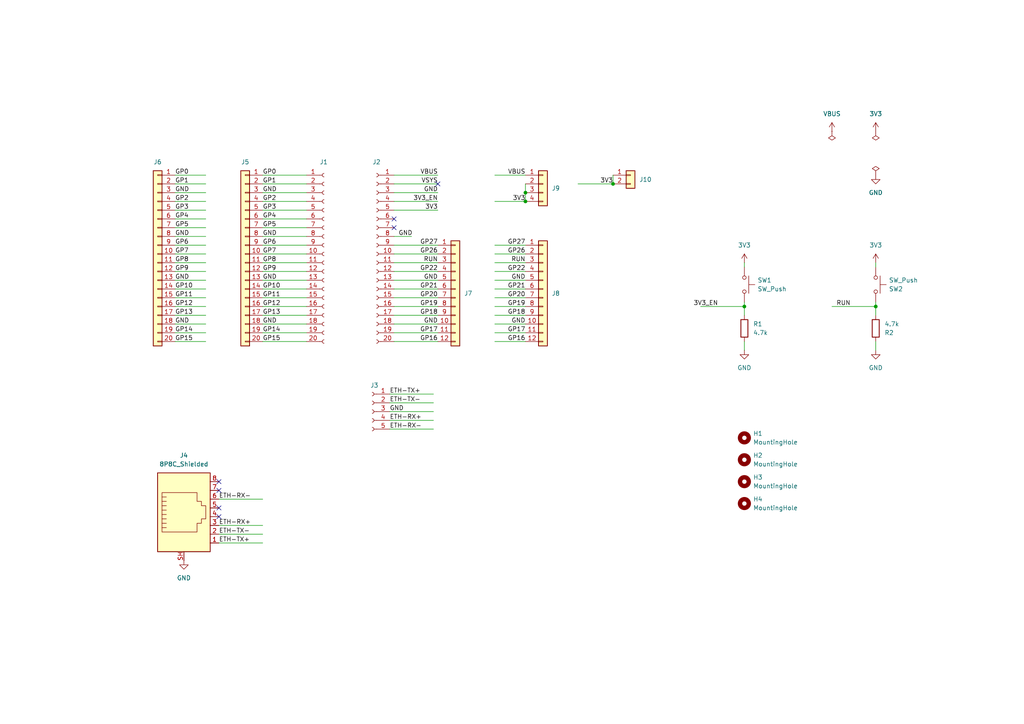
<source format=kicad_sch>
(kicad_sch (version 20231120) (generator "eeschema") (generator_version "8.0")
  (paper "A4")
  (title_block (title "Milk-V Duo IO Board") (rev "A"))
  (lib_symbols
    (symbol "Connector:8P8C_Shielded" (pin_names (offset 1.016))
      (property "Reference" "J" (at -5.08 13.97 0))
      (property "Value" "8P8C_Shielded" (at 2.54 13.97 0))
      (symbol "8P8C_Shielded_0_1"
        (polyline (pts (xy -5.08 4.445) (xy -6.35 4.445)))
        (polyline (pts (xy -5.08 5.715) (xy -6.35 5.715)))
        (polyline (pts (xy -6.35 -3.175) (xy -5.08 -3.175) (xy -5.08 -3.175)))
        (polyline (pts (xy -6.35 -1.905) (xy -5.08 -1.905) (xy -5.08 -1.905)))
        (polyline (pts (xy -6.35 -0.635) (xy -5.08 -0.635) (xy -5.08 -0.635)))
        (polyline (pts (xy -6.35 0.635) (xy -5.08 0.635) (xy -5.08 0.635)))
        (polyline (pts (xy -6.35 1.905) (xy -5.08 1.905) (xy -5.08 1.905)))
        (polyline (pts (xy -5.08 3.175) (xy -6.35 3.175) (xy -6.35 3.175)))
        (polyline (pts (xy -6.35 -4.445) (xy -6.35 6.985) (xy 3.81 6.985) (xy 3.81 4.445) (xy 5.08 4.445) (xy 5.08 3.175) (xy 6.35 3.175) (xy 6.35 -0.635) (xy 5.08 -0.635) (xy 5.08 -1.905) (xy 3.81 -1.905) (xy 3.81 -4.445) (xy -6.35 -4.445) (xy -6.35 -4.445)))
        (rectangle (start 7.62 12.7) (end -7.62 -10.16) (stroke (width 0.254)) (fill (type background)))
      )
      (symbol "8P8C_Shielded_1_1"
        (pin passive line (at 10.16 -7.62 180) (length 2.54) (name "~") (number "1"))
        (pin passive line (at 10.16 -5.08 180) (length 2.54) (name "~") (number "2"))
        (pin passive line (at 10.16 -2.54 180) (length 2.54) (name "~") (number "3"))
        (pin passive line (at 10.16 0 180) (length 2.54) (name "~") (number "4"))
        (pin passive line (at 10.16 2.54 180) (length 2.54) (name "~") (number "5"))
        (pin passive line (at 10.16 5.08 180) (length 2.54) (name "~") (number "6"))
        (pin passive line (at 10.16 7.62 180) (length 2.54) (name "~") (number "7"))
        (pin passive line (at 10.16 10.16 180) (length 2.54) (name "~") (number "8"))
        (pin passive line (at 0 -12.7 90) (length 2.54) (name "~") (number "SH"))
      )
    )
    (symbol "Connector:Conn_01x05_Socket" (pin_names (offset 1.016) hide)
      (property "Reference" "J" (at 0 7.62 0))
      (property "Value" "Conn_01x05_Socket" (at 0 -7.62 0))
      (symbol "Conn_01x05_Socket_1_1"
        (arc (start 0 -4.572) (mid -0.5058 -5.08) (end 0 -5.588) (stroke (width 0.1524)))
        (arc (start 0 -2.032) (mid -0.5058 -2.54) (end 0 -3.048) (stroke (width 0.1524)))
        (polyline (pts (xy -1.27 -5.08) (xy -0.508 -5.08)) (stroke (width 0.1524)))
        (polyline (pts (xy -1.27 -2.54) (xy -0.508 -2.54)) (stroke (width 0.1524)))
        (polyline (pts (xy -1.27 0) (xy -0.508 0)) (stroke (width 0.1524)))
        (polyline (pts (xy -1.27 2.54) (xy -0.508 2.54)) (stroke (width 0.1524)))
        (polyline (pts (xy -1.27 5.08) (xy -0.508 5.08)) (stroke (width 0.1524)))
        (arc (start 0 0.508) (mid -0.5058 0) (end 0 -0.508) (stroke (width 0.1524)))
        (arc (start 0 3.048) (mid -0.5058 2.54) (end 0 2.032) (stroke (width 0.1524)))
        (arc (start 0 5.588) (mid -0.5058 5.08) (end 0 4.572) (stroke (width 0.1524)))
        (pin passive line (at -5.08 5.08 0) (length 3.81) (name "Pin_1") (number "1"))
        (pin passive line (at -5.08 2.54 0) (length 3.81) (name "Pin_2") (number "2"))
        (pin passive line (at -5.08 0 0) (length 3.81) (name "Pin_3") (number "3"))
        (pin passive line (at -5.08 -2.54 0) (length 3.81) (name "Pin_4") (number "4"))
        (pin passive line (at -5.08 -5.08 0) (length 3.81) (name "Pin_5") (number "5"))
      )
    )
    (symbol "Connector:Conn_01x20_Socket" (pin_names (offset 1.016) hide)
      (property "Reference" "J" (at 0 25.4 0))
      (property "Value" "Conn_01x20_Socket" (at 0 -27.94 0))
      (symbol "Conn_01x20_Socket_1_1"
        (arc (start 0 -24.892) (mid -0.5058 -25.4) (end 0 -25.908) (stroke (width 0.1524)))
        (arc (start 0 -22.352) (mid -0.5058 -22.86) (end 0 -23.368) (stroke (width 0.1524)))
        (arc (start 0 -19.812) (mid -0.5058 -20.32) (end 0 -20.828) (stroke (width 0.1524)))
        (arc (start 0 -17.272) (mid -0.5058 -17.78) (end 0 -18.288) (stroke (width 0.1524)))
        (arc (start 0 -14.732) (mid -0.5058 -15.24) (end 0 -15.748) (stroke (width 0.1524)))
        (arc (start 0 -12.192) (mid -0.5058 -12.7) (end 0 -13.208) (stroke (width 0.1524)))
        (arc (start 0 -9.652) (mid -0.5058 -10.16) (end 0 -10.668) (stroke (width 0.1524)))
        (arc (start 0 -7.112) (mid -0.5058 -7.62) (end 0 -8.128) (stroke (width 0.1524)))
        (arc (start 0 -4.572) (mid -0.5058 -5.08) (end 0 -5.588) (stroke (width 0.1524)))
        (arc (start 0 -2.032) (mid -0.5058 -2.54) (end 0 -3.048) (stroke (width 0.1524)))
        (polyline (pts (xy -1.27 -25.4) (xy -0.508 -25.4)) (stroke (width 0.1524)))
        (polyline (pts (xy -1.27 -22.86) (xy -0.508 -22.86)) (stroke (width 0.1524)))
        (polyline (pts (xy -1.27 -20.32) (xy -0.508 -20.32)) (stroke (width 0.1524)))
        (polyline (pts (xy -1.27 -17.78) (xy -0.508 -17.78)) (stroke (width 0.1524)))
        (polyline (pts (xy -1.27 -15.24) (xy -0.508 -15.24)) (stroke (width 0.1524)))
        (polyline (pts (xy -1.27 -12.7) (xy -0.508 -12.7)) (stroke (width 0.1524)))
        (polyline (pts (xy -1.27 -10.16) (xy -0.508 -10.16)) (stroke (width 0.1524)))
        (polyline (pts (xy -1.27 -7.62) (xy -0.508 -7.62)) (stroke (width 0.1524)))
        (polyline (pts (xy -1.27 -5.08) (xy -0.508 -5.08)) (stroke (width 0.1524)))
        (polyline (pts (xy -1.27 -2.54) (xy -0.508 -2.54)) (stroke (width 0.1524)))
        (polyline (pts (xy -1.27 0) (xy -0.508 0)) (stroke (width 0.1524)))
        (polyline (pts (xy -1.27 2.54) (xy -0.508 2.54)) (stroke (width 0.1524)))
        (polyline (pts (xy -1.27 5.08) (xy -0.508 5.08)) (stroke (width 0.1524)))
        (polyline (pts (xy -1.27 7.62) (xy -0.508 7.62)) (stroke (width 0.1524)))
        (polyline (pts (xy -1.27 10.16) (xy -0.508 10.16)) (stroke (width 0.1524)))
        (polyline (pts (xy -1.27 12.7) (xy -0.508 12.7)) (stroke (width 0.1524)))
        (polyline (pts (xy -1.27 15.24) (xy -0.508 15.24)) (stroke (width 0.1524)))
        (polyline (pts (xy -1.27 17.78) (xy -0.508 17.78)) (stroke (width 0.1524)))
        (polyline (pts (xy -1.27 20.32) (xy -0.508 20.32)) (stroke (width 0.1524)))
        (polyline (pts (xy -1.27 22.86) (xy -0.508 22.86)) (stroke (width 0.1524)))
        (arc (start 0 0.508) (mid -0.5058 0) (end 0 -0.508) (stroke (width 0.1524)))
        (arc (start 0 3.048) (mid -0.5058 2.54) (end 0 2.032) (stroke (width 0.1524)))
        (arc (start 0 5.588) (mid -0.5058 5.08) (end 0 4.572) (stroke (width 0.1524)))
        (arc (start 0 8.128) (mid -0.5058 7.62) (end 0 7.112) (stroke (width 0.1524)))
        (arc (start 0 10.668) (mid -0.5058 10.16) (end 0 9.652) (stroke (width 0.1524)))
        (arc (start 0 13.208) (mid -0.5058 12.7) (end 0 12.192) (stroke (width 0.1524)))
        (arc (start 0 15.748) (mid -0.5058 15.24) (end 0 14.732) (stroke (width 0.1524)))
        (arc (start 0 18.288) (mid -0.5058 17.78) (end 0 17.272) (stroke (width 0.1524)))
        (arc (start 0 20.828) (mid -0.5058 20.32) (end 0 19.812) (stroke (width 0.1524)))
        (arc (start 0 23.368) (mid -0.5058 22.86) (end 0 22.352) (stroke (width 0.1524)))
        (pin passive line (at -5.08 22.86 0) (length 3.81) (name "Pin_1") (number "1"))
        (pin passive line (at -5.08 0 0) (length 3.81) (name "Pin_10") (number "10"))
        (pin passive line (at -5.08 -2.54 0) (length 3.81) (name "Pin_11") (number "11"))
        (pin passive line (at -5.08 -5.08 0) (length 3.81) (name "Pin_12") (number "12"))
        (pin passive line (at -5.08 -7.62 0) (length 3.81) (name "Pin_13") (number "13"))
        (pin passive line (at -5.08 -10.16 0) (length 3.81) (name "Pin_14") (number "14"))
        (pin passive line (at -5.08 -12.7 0) (length 3.81) (name "Pin_15") (number "15"))
        (pin passive line (at -5.08 -15.24 0) (length 3.81) (name "Pin_16") (number "16"))
        (pin passive line (at -5.08 -17.78 0) (length 3.81) (name "Pin_17") (number "17"))
        (pin passive line (at -5.08 -20.32 0) (length 3.81) (name "Pin_18") (number "18"))
        (pin passive line (at -5.08 -22.86 0) (length 3.81) (name "Pin_19") (number "19"))
        (pin passive line (at -5.08 20.32 0) (length 3.81) (name "Pin_2") (number "2"))
        (pin passive line (at -5.08 -25.4 0) (length 3.81) (name "Pin_20") (number "20"))
        (pin passive line (at -5.08 17.78 0) (length 3.81) (name "Pin_3") (number "3"))
        (pin passive line (at -5.08 15.24 0) (length 3.81) (name "Pin_4") (number "4"))
        (pin passive line (at -5.08 12.7 0) (length 3.81) (name "Pin_5") (number "5"))
        (pin passive line (at -5.08 10.16 0) (length 3.81) (name "Pin_6") (number "6"))
        (pin passive line (at -5.08 7.62 0) (length 3.81) (name "Pin_7") (number "7"))
        (pin passive line (at -5.08 5.08 0) (length 3.81) (name "Pin_8") (number "8"))
        (pin passive line (at -5.08 2.54 0) (length 3.81) (name "Pin_9") (number "9"))
      )
    )
    (symbol "Connector_Generic:Conn_01x02" (pin_names (offset 1.016) hide)
      (property "Reference" "J" (at 0 2.54 0))
      (property "Value" "Conn_01x02" (at 0 -5.08 0))
      (symbol "Conn_01x02_1_1"
        (rectangle (start -1.27 -2.413) (end 0 -2.667) (stroke (width 0.1524)))
        (rectangle (start -1.27 0.127) (end 0 -0.127) (stroke (width 0.1524)))
        (rectangle (start -1.27 1.27) (end 1.27 -3.81) (stroke (width 0.254)) (fill (type background)))
        (pin passive line (at -5.08 0 0) (length 3.81) (name "Pin_1") (number "1"))
        (pin passive line (at -5.08 -2.54 0) (length 3.81) (name "Pin_2") (number "2"))
      )
    )
    (symbol "Connector_Generic:Conn_01x04" (pin_names (offset 1.016) hide)
      (property "Reference" "J" (at 0 5.08 0))
      (property "Value" "Conn_01x04" (at 0 -7.62 0))
      (symbol "Conn_01x04_1_1"
        (rectangle (start -1.27 -4.953) (end 0 -5.207) (stroke (width 0.1524)))
        (rectangle (start -1.27 -2.413) (end 0 -2.667) (stroke (width 0.1524)))
        (rectangle (start -1.27 0.127) (end 0 -0.127) (stroke (width 0.1524)))
        (rectangle (start -1.27 2.667) (end 0 2.413) (stroke (width 0.1524)))
        (rectangle (start -1.27 3.81) (end 1.27 -6.35) (stroke (width 0.254)) (fill (type background)))
        (pin passive line (at -5.08 2.54 0) (length 3.81) (name "Pin_1") (number "1"))
        (pin passive line (at -5.08 0 0) (length 3.81) (name "Pin_2") (number "2"))
        (pin passive line (at -5.08 -2.54 0) (length 3.81) (name "Pin_3") (number "3"))
        (pin passive line (at -5.08 -5.08 0) (length 3.81) (name "Pin_4") (number "4"))
      )
    )
    (symbol "Connector_Generic:Conn_01x12" (pin_names (offset 1.016) hide)
      (property "Reference" "J" (at 0 15.24 0))
      (property "Value" "Conn_01x12" (at 0 -17.78 0))
      (symbol "Conn_01x12_1_1"
        (rectangle (start -1.27 -15.113) (end 0 -15.367) (stroke (width 0.1524)))
        (rectangle (start -1.27 -12.573) (end 0 -12.827) (stroke (width 0.1524)))
        (rectangle (start -1.27 -10.033) (end 0 -10.287) (stroke (width 0.1524)))
        (rectangle (start -1.27 -7.493) (end 0 -7.747) (stroke (width 0.1524)))
        (rectangle (start -1.27 -4.953) (end 0 -5.207) (stroke (width 0.1524)))
        (rectangle (start -1.27 -2.413) (end 0 -2.667) (stroke (width 0.1524)))
        (rectangle (start -1.27 0.127) (end 0 -0.127) (stroke (width 0.1524)))
        (rectangle (start -1.27 2.667) (end 0 2.413) (stroke (width 0.1524)))
        (rectangle (start -1.27 5.207) (end 0 4.953) (stroke (width 0.1524)))
        (rectangle (start -1.27 7.747) (end 0 7.493) (stroke (width 0.1524)))
        (rectangle (start -1.27 10.287) (end 0 10.033) (stroke (width 0.1524)))
        (rectangle (start -1.27 12.827) (end 0 12.573) (stroke (width 0.1524)))
        (rectangle (start -1.27 13.97) (end 1.27 -16.51) (stroke (width 0.254)) (fill (type background)))
        (pin passive line (at -5.08 12.7 0) (length 3.81) (name "Pin_1") (number "1"))
        (pin passive line (at -5.08 -10.16 0) (length 3.81) (name "Pin_10") (number "10"))
        (pin passive line (at -5.08 -12.7 0) (length 3.81) (name "Pin_11") (number "11"))
        (pin passive line (at -5.08 -15.24 0) (length 3.81) (name "Pin_12") (number "12"))
        (pin passive line (at -5.08 10.16 0) (length 3.81) (name "Pin_2") (number "2"))
        (pin passive line (at -5.08 7.62 0) (length 3.81) (name "Pin_3") (number "3"))
        (pin passive line (at -5.08 5.08 0) (length 3.81) (name "Pin_4") (number "4"))
        (pin passive line (at -5.08 2.54 0) (length 3.81) (name "Pin_5") (number "5"))
        (pin passive line (at -5.08 0 0) (length 3.81) (name "Pin_6") (number "6"))
        (pin passive line (at -5.08 -2.54 0) (length 3.81) (name "Pin_7") (number "7"))
        (pin passive line (at -5.08 -5.08 0) (length 3.81) (name "Pin_8") (number "8"))
        (pin passive line (at -5.08 -7.62 0) (length 3.81) (name "Pin_9") (number "9"))
      )
    )
    (symbol "Connector_Generic:Conn_01x20" (pin_names (offset 1.016) hide)
      (property "Reference" "J" (at 0 25.4 0))
      (property "Value" "Conn_01x20" (at 0 -27.94 0))
      (symbol "Conn_01x20_1_1"
        (rectangle (start -1.27 -25.273) (end 0 -25.527) (stroke (width 0.1524)))
        (rectangle (start -1.27 -22.733) (end 0 -22.987) (stroke (width 0.1524)))
        (rectangle (start -1.27 -20.193) (end 0 -20.447) (stroke (width 0.1524)))
        (rectangle (start -1.27 -17.653) (end 0 -17.907) (stroke (width 0.1524)))
        (rectangle (start -1.27 -15.113) (end 0 -15.367) (stroke (width 0.1524)))
        (rectangle (start -1.27 -12.573) (end 0 -12.827) (stroke (width 0.1524)))
        (rectangle (start -1.27 -10.033) (end 0 -10.287) (stroke (width 0.1524)))
        (rectangle (start -1.27 -7.493) (end 0 -7.747) (stroke (width 0.1524)))
        (rectangle (start -1.27 -4.953) (end 0 -5.207) (stroke (width 0.1524)))
        (rectangle (start -1.27 -2.413) (end 0 -2.667) (stroke (width 0.1524)))
        (rectangle (start -1.27 0.127) (end 0 -0.127) (stroke (width 0.1524)))
        (rectangle (start -1.27 2.667) (end 0 2.413) (stroke (width 0.1524)))
        (rectangle (start -1.27 5.207) (end 0 4.953) (stroke (width 0.1524)))
        (rectangle (start -1.27 7.747) (end 0 7.493) (stroke (width 0.1524)))
        (rectangle (start -1.27 10.287) (end 0 10.033) (stroke (width 0.1524)))
        (rectangle (start -1.27 12.827) (end 0 12.573) (stroke (width 0.1524)))
        (rectangle (start -1.27 15.367) (end 0 15.113) (stroke (width 0.1524)))
        (rectangle (start -1.27 17.907) (end 0 17.653) (stroke (width 0.1524)))
        (rectangle (start -1.27 20.447) (end 0 20.193) (stroke (width 0.1524)))
        (rectangle (start -1.27 22.987) (end 0 22.733) (stroke (width 0.1524)))
        (rectangle (start -1.27 24.13) (end 1.27 -26.67) (stroke (width 0.254)) (fill (type background)))
        (pin passive line (at -5.08 22.86 0) (length 3.81) (name "Pin_1") (number "1"))
        (pin passive line (at -5.08 0 0) (length 3.81) (name "Pin_10") (number "10"))
        (pin passive line (at -5.08 -2.54 0) (length 3.81) (name "Pin_11") (number "11"))
        (pin passive line (at -5.08 -5.08 0) (length 3.81) (name "Pin_12") (number "12"))
        (pin passive line (at -5.08 -7.62 0) (length 3.81) (name "Pin_13") (number "13"))
        (pin passive line (at -5.08 -10.16 0) (length 3.81) (name "Pin_14") (number "14"))
        (pin passive line (at -5.08 -12.7 0) (length 3.81) (name "Pin_15") (number "15"))
        (pin passive line (at -5.08 -15.24 0) (length 3.81) (name "Pin_16") (number "16"))
        (pin passive line (at -5.08 -17.78 0) (length 3.81) (name "Pin_17") (number "17"))
        (pin passive line (at -5.08 -20.32 0) (length 3.81) (name "Pin_18") (number "18"))
        (pin passive line (at -5.08 -22.86 0) (length 3.81) (name "Pin_19") (number "19"))
        (pin passive line (at -5.08 20.32 0) (length 3.81) (name "Pin_2") (number "2"))
        (pin passive line (at -5.08 -25.4 0) (length 3.81) (name "Pin_20") (number "20"))
        (pin passive line (at -5.08 17.78 0) (length 3.81) (name "Pin_3") (number "3"))
        (pin passive line (at -5.08 15.24 0) (length 3.81) (name "Pin_4") (number "4"))
        (pin passive line (at -5.08 12.7 0) (length 3.81) (name "Pin_5") (number "5"))
        (pin passive line (at -5.08 10.16 0) (length 3.81) (name "Pin_6") (number "6"))
        (pin passive line (at -5.08 7.62 0) (length 3.81) (name "Pin_7") (number "7"))
        (pin passive line (at -5.08 5.08 0) (length 3.81) (name "Pin_8") (number "8"))
        (pin passive line (at -5.08 2.54 0) (length 3.81) (name "Pin_9") (number "9"))
      )
    )
    (symbol "Device:R" (pin_numbers hide) (pin_names (offset 0))
      (property "Reference" "R" (at 2.032 0 90))
      (property "Value" "R" (at 0 0 90))
      (symbol "R_0_1"
        (rectangle (start -1.016 -2.54) (end 1.016 2.54) (stroke (width 0.254)))
      )
      (symbol "R_1_1"
        (pin passive line (at 0 3.81 270) (length 1.27) (name "~") (number "1"))
        (pin passive line (at 0 -3.81 90) (length 1.27) (name "~") (number "2"))
      )
    )
    (symbol "GND_1" (power) (pin_numbers hide) (pin_names (offset 0) hide)
      (property "Value" "GND" (at 0 -3.81 0))
      (symbol "GND_1_0_1"
        (polyline (pts (xy 0 0) (xy 0 -1.27) (xy 1.27 -1.27) (xy 0 -2.54) (xy -1.27 -1.27) (xy 0 -1.27)))
      )
      (symbol "GND_1_1_1"
        (pin power_in line (at 0 0 270) (length 0) (name "~") (number "1"))
      )
    )
    (symbol "GND_2" (power) (pin_numbers hide) (pin_names (offset 0) hide)
      (property "Value" "GND" (at 0 -3.81 0))
      (symbol "GND_2_0_1"
        (polyline (pts (xy 0 0) (xy 0 -1.27) (xy 1.27 -1.27) (xy 0 -2.54) (xy -1.27 -1.27) (xy 0 -1.27)))
      )
      (symbol "GND_2_1_1"
        (pin power_in line (at 0 0 270) (length 0) (name "~") (number "1"))
      )
    )
    (symbol "GND_3" (power) (pin_numbers hide) (pin_names (offset 0) hide)
      (property "Value" "GND" (at 0 -3.81 0))
      (symbol "GND_3_0_1"
        (polyline (pts (xy 0 0) (xy 0 -1.27) (xy 1.27 -1.27) (xy 0 -2.54) (xy -1.27 -1.27) (xy 0 -1.27)))
      )
      (symbol "GND_3_1_1"
        (pin power_in line (at 0 0 270) (length 0) (name "~") (number "1"))
      )
    )
    (symbol "Mechanical:MountingHole" (pin_names (offset 1.016)) (exclude_from_sim yes) (in_bom no)
      (property "Reference" "H" (at 0 5.08 0))
      (property "Value" "MountingHole" (at 0 3.175 0))
      (symbol "MountingHole_0_1"
        (circle (center 0 0) (radius 1.27) (stroke (width 1.27)))
      )
    )
    (symbol "Switch:SW_Push" (pin_numbers hide) (pin_names (offset 1.016) hide)
      (property "Reference" "SW" (at 1.27 2.54 0))
      (property "Value" "SW_Push" (at 0 -1.524 0))
      (symbol "SW_Push_0_1"
        (circle (center -2.032 0) (radius 0.508))
        (polyline (pts (xy 0 1.27) (xy 0 3.048)))
        (polyline (pts (xy 2.54 1.27) (xy -2.54 1.27)))
        (circle (center 2.032 0) (radius 0.508))
        (pin passive line (at -5.08 0 0) (length 2.54) (name "1") (number "1"))
        (pin passive line (at 5.08 0 180) (length 2.54) (name "2") (number "2"))
      )
    )
    (symbol "power:+3V3" (power) (pin_numbers hide) (pin_names (offset 0) hide)
      (property "Value" "+3V3" (at 0 3.556 0))
      (symbol "+3V3_0_1"
        (polyline (pts (xy -0.762 1.27) (xy 0 2.54)))
        (polyline (pts (xy 0 0) (xy 0 2.54)))
        (polyline (pts (xy 0 2.54) (xy 0.762 1.27)))
      )
      (symbol "+3V3_1_1"
        (pin power_in line (at 0 0 90) (length 0) (name "~") (number "1"))
      )
    )
    (symbol "power:GND" (power) (pin_numbers hide) (pin_names (offset 0))
      (property "Value" "GND" (at 0 -3.81 0))
      (symbol "GND_0_1"
        (polyline (pts (xy 0 0) (xy 0 -1.27) (xy 1.27 -1.27) (xy 0 -2.54) (xy -1.27 -1.27) (xy 0 -1.27)))
      )
      (symbol "GND_1_1"
        (pin power_in line (at 0 0 270) (length 0) (name "~") (number "1"))
      )
    )
    (symbol "power:PWR_FLAG" (power) (pin_numbers hide) (pin_names (offset 0) hide)
      (property "Value" "PWR_FLAG" (at 0 3.81 0))
      (symbol "PWR_FLAG_0_0"
        (pin power_out line (at 0 0 90) (length 0) (name "~") (number "1"))
      )
      (symbol "PWR_FLAG_0_1"
        (polyline (pts (xy 0 0) (xy 0 1.27) (xy -1.016 1.905) (xy 0 2.54) (xy 1.016 1.905) (xy 0 1.27)))
      )
    )
  )
  (junction (at 177.8 53.34))
  (junction (at 254 88.9))
  (junction (at 152.4 55.88))
  (junction (at 215.9 88.9))
  (junction (at 152.4 58.42))
  (no_connect (at 127 53.34))
  (no_connect (at 63.5 142.24))
  (no_connect (at 114.3 63.5))
  (no_connect (at 63.5 149.86))
  (no_connect (at 114.3 66.04))
  (no_connect (at 63.5 139.7))
  (no_connect (at 63.5 147.32))
  (wire (pts (xy 50.8 78.74) (xy 59.69 78.74)))
  (wire (pts (xy 113.03 121.92) (xy 125.73 121.92)))
  (wire (pts (xy 50.8 96.52) (xy 59.69 96.52)))
  (wire (pts (xy 50.8 93.98) (xy 59.69 93.98)))
  (wire (pts (xy 76.2 157.48) (xy 63.5 157.48)))
  (wire (pts (xy 114.3 81.28) (xy 127 81.28)))
  (wire (pts (xy 76.2 96.52) (xy 88.9 96.52)))
  (wire (pts (xy 114.3 73.66) (xy 127 73.66)))
  (wire (pts (xy 114.3 58.42) (xy 127 58.42)))
  (wire (pts (xy 177.8 50.8) (xy 177.8 53.34)))
  (wire (pts (xy 143.51 83.82) (xy 152.4 83.82)))
  (wire (pts (xy 241.3 88.9) (xy 254 88.9)))
  (wire (pts (xy 114.3 86.36) (xy 127 86.36)))
  (wire (pts (xy 114.3 55.88) (xy 127 55.88)))
  (wire (pts (xy 76.2 154.94) (xy 63.5 154.94)))
  (wire (pts (xy 143.51 73.66) (xy 152.4 73.66)))
  (wire (pts (xy 143.51 76.2) (xy 152.4 76.2)))
  (wire (pts (xy 76.2 55.88) (xy 88.9 55.88)))
  (wire (pts (xy 76.2 86.36) (xy 88.9 86.36)))
  (wire (pts (xy 143.51 99.06) (xy 152.4 99.06)))
  (wire (pts (xy 50.8 86.36) (xy 59.69 86.36)))
  (wire (pts (xy 114.3 68.58) (xy 119.38 68.58)))
  (wire (pts (xy 50.8 68.58) (xy 59.69 68.58)))
  (wire (pts (xy 50.8 76.2) (xy 59.69 76.2)))
  (wire (pts (xy 76.2 83.82) (xy 88.9 83.82)))
  (wire (pts (xy 167.64 53.34) (xy 177.8 53.34)))
  (wire (pts (xy 143.51 58.42) (xy 152.4 58.42)))
  (wire (pts (xy 50.8 73.66) (xy 59.69 73.66)))
  (wire (pts (xy 114.3 96.52) (xy 127 96.52)))
  (wire (pts (xy 76.2 81.28) (xy 88.9 81.28)))
  (wire (pts (xy 215.9 87.63) (xy 215.9 88.9)))
  (wire (pts (xy 215.9 76.2) (xy 215.9 77.47)))
  (wire (pts (xy 76.2 58.42) (xy 88.9 58.42)))
  (wire (pts (xy 114.3 76.2) (xy 127 76.2)))
  (wire (pts (xy 50.8 53.34) (xy 59.69 53.34)))
  (wire (pts (xy 215.9 99.06) (xy 215.9 101.6)))
  (wire (pts (xy 114.3 78.74) (xy 127 78.74)))
  (wire (pts (xy 50.8 88.9) (xy 59.69 88.9)))
  (wire (pts (xy 114.3 93.98) (xy 127 93.98)))
  (wire (pts (xy 143.51 93.98) (xy 152.4 93.98)))
  (wire (pts (xy 50.8 50.8) (xy 59.69 50.8)))
  (wire (pts (xy 76.2 144.78) (xy 63.5 144.78)))
  (wire (pts (xy 254 99.06) (xy 254 101.6)))
  (wire (pts (xy 113.03 119.38) (xy 125.73 119.38)))
  (wire (pts (xy 254 88.9) (xy 254 91.44)))
  (wire (pts (xy 76.2 63.5) (xy 88.9 63.5)))
  (wire (pts (xy 143.51 96.52) (xy 152.4 96.52)))
  (wire (pts (xy 152.4 55.88) (xy 152.4 58.42)))
  (wire (pts (xy 50.8 66.04) (xy 59.69 66.04)))
  (wire (pts (xy 50.8 83.82) (xy 59.69 83.82)))
  (wire (pts (xy 76.2 50.8) (xy 88.9 50.8)))
  (wire (pts (xy 50.8 63.5) (xy 59.69 63.5)))
  (wire (pts (xy 76.2 71.12) (xy 88.9 71.12)))
  (wire (pts (xy 114.3 50.8) (xy 127 50.8)))
  (wire (pts (xy 114.3 71.12) (xy 127 71.12)))
  (wire (pts (xy 76.2 88.9) (xy 88.9 88.9)))
  (wire (pts (xy 254 87.63) (xy 254 88.9)))
  (wire (pts (xy 114.3 60.96) (xy 127 60.96)))
  (wire (pts (xy 76.2 93.98) (xy 88.9 93.98)))
  (wire (pts (xy 76.2 53.34) (xy 88.9 53.34)))
  (wire (pts (xy 76.2 60.96) (xy 88.9 60.96)))
  (wire (pts (xy 114.3 53.34) (xy 127 53.34)))
  (wire (pts (xy 76.2 99.06) (xy 88.9 99.06)))
  (wire (pts (xy 113.03 124.46) (xy 125.73 124.46)))
  (wire (pts (xy 76.2 152.4) (xy 63.5 152.4)))
  (wire (pts (xy 50.8 81.28) (xy 59.69 81.28)))
  (wire (pts (xy 152.4 53.34) (xy 152.4 55.88)))
  (wire (pts (xy 76.2 66.04) (xy 88.9 66.04)))
  (wire (pts (xy 254 76.2) (xy 254 77.47)))
  (wire (pts (xy 143.51 50.8) (xy 152.4 50.8)))
  (wire (pts (xy 76.2 73.66) (xy 88.9 73.66)))
  (wire (pts (xy 113.03 114.3) (xy 125.73 114.3)))
  (wire (pts (xy 76.2 78.74) (xy 88.9 78.74)))
  (wire (pts (xy 143.51 81.28) (xy 152.4 81.28)))
  (wire (pts (xy 50.8 99.06) (xy 59.69 99.06)))
  (wire (pts (xy 143.51 78.74) (xy 152.4 78.74)))
  (wire (pts (xy 143.51 71.12) (xy 152.4 71.12)))
  (wire (pts (xy 203.2 88.9) (xy 215.9 88.9)))
  (wire (pts (xy 114.3 83.82) (xy 127 83.82)))
  (wire (pts (xy 50.8 60.96) (xy 59.69 60.96)))
  (wire (pts (xy 143.51 86.36) (xy 152.4 86.36)))
  (wire (pts (xy 76.2 91.44) (xy 88.9 91.44)))
  (wire (pts (xy 50.8 71.12) (xy 59.69 71.12)))
  (wire (pts (xy 50.8 55.88) (xy 59.69 55.88)))
  (wire (pts (xy 50.8 58.42) (xy 59.69 58.42)))
  (wire (pts (xy 76.2 68.58) (xy 88.9 68.58)))
  (wire (pts (xy 50.8 91.44) (xy 59.69 91.44)))
  (wire (pts (xy 114.3 88.9) (xy 127 88.9)))
  (wire (pts (xy 76.2 76.2) (xy 88.9 76.2)))
  (wire (pts (xy 114.3 91.44) (xy 127 91.44)))
  (wire (pts (xy 143.51 91.44) (xy 152.4 91.44)))
  (wire (pts (xy 215.9 88.9) (xy 215.9 91.44)))
  (wire (pts (xy 114.3 99.06) (xy 127 99.06)))
  (wire (pts (xy 113.03 116.84) (xy 125.73 116.84)))
  (wire (pts (xy 143.51 88.9) (xy 152.4 88.9)))
  (label "GP12" (at 50.8 88.9 0))
  (label "ETH-RX+" (at 63.5 152.4 0))
  (label "GND" (at 50.8 55.88 0))
  (label "GND" (at 127 81.28 180))
  (label "GND" (at 152.4 93.98 180))
  (label "GP12" (at 76.2 88.9 0))
  (label "GND" (at 127 93.98 180))
  (label "3V3_EN" (at 208.28 88.9 180))
  (label "GP21" (at 152.4 83.82 180))
  (label "GP26" (at 152.4 73.66 180))
  (label "GP21" (at 127 83.82 180))
  (label "RUN" (at 152.4 76.2 180))
  (label "ETH-RX-" (at 63.5 144.78 0))
  (label "GP2" (at 76.2 58.42 0))
  (label "GND" (at 50.8 68.58 0))
  (label "ETH-TX-" (at 113.03 116.84 0))
  (label "GP3" (at 76.2 60.96 0))
  (label "GP13" (at 76.2 91.44 0))
  (label "GP13" (at 50.8 91.44 0))
  (label "GP6" (at 76.2 71.12 0))
  (label "GP19" (at 152.4 88.9 180))
  (label "ETH-RX+" (at 113.03 121.92 0))
  (label "GP1" (at 50.8 53.34 0))
  (label "GND" (at 152.4 81.28 180))
  (label "VSYS" (at 127 53.34 180))
  (label "GP20" (at 127 86.36 180))
  (label "GP22" (at 127 78.74 180))
  (label "GP16" (at 152.4 99.06 180))
  (label "GP0" (at 76.2 50.8 0))
  (label "GP19" (at 127 88.9 180))
  (label "GP15" (at 76.2 99.06 0))
  (label "GP1" (at 76.2 53.34 0))
  (label "GP5" (at 76.2 66.04 0))
  (label "GP18" (at 152.4 91.44 180))
  (label "VBUS" (at 152.4 50.8 180))
  (label "GP20" (at 152.4 86.36 180))
  (label "GND" (at 76.2 68.58 0))
  (label "VBUS" (at 127 50.8 180))
  (label "GP27" (at 127 71.12 180))
  (label "GP22" (at 152.4 78.74 180))
  (label "GP11" (at 50.8 86.36 0))
  (label "GP7" (at 76.2 73.66 0))
  (label "GP9" (at 50.8 78.74 0))
  (label "ETH-TX-" (at 63.5 154.94 0))
  (label "ETH-TX+" (at 113.03 114.3 0))
  (label "3V3" (at 177.8 53.34 180))
  (label "GP10" (at 50.8 83.82 0))
  (label "RUN" (at 127 76.2 180))
  (label "GP6" (at 50.8 71.12 0))
  (label "GP0" (at 50.8 50.8 0))
  (label "GP9" (at 76.2 78.74 0))
  (label "GP4" (at 50.8 63.5 0))
  (label "GP14" (at 50.8 96.52 0))
  (label "GP17" (at 152.4 96.52 180))
  (label "GND" (at 76.2 81.28 0))
  (label "GP11" (at 76.2 86.36 0))
  (label "3V3_EN" (at 127 58.42 180))
  (label "GP17" (at 127 96.52 180))
  (label "GP5" (at 50.8 66.04 0))
  (label "GP3" (at 50.8 60.96 0))
  (label "3V3" (at 127 60.96 180))
  (label "GND" (at 127 55.88 180))
  (label "RUN" (at 242.57 88.9 0))
  (label "GND" (at 115.57 68.58 0))
  (label "GP10" (at 76.2 83.82 0))
  (label "GND" (at 76.2 93.98 0))
  (label "GP7" (at 50.8 73.66 0))
  (label "GND" (at 50.8 81.28 0))
  (label "GND" (at 113.03 119.38 0))
  (label "GP18" (at 127 91.44 180))
  (label "GP14" (at 76.2 96.52 0))
  (label "GP4" (at 76.2 63.5 0))
  (label "GP2" (at 50.8 58.42 0))
  (label "GP8" (at 76.2 76.2 0))
  (label "GP26" (at 127 73.66 180))
  (label "GP27" (at 152.4 71.12 180))
  (label "GND" (at 76.2 55.88 0))
  (label "GND" (at 50.8 93.98 0))
  (label "GP15" (at 50.8 99.06 0))
  (label "ETH-TX+" (at 63.5 157.48 0))
  (label "GP8" (at 50.8 76.2 0))
  (label "ETH-RX-" (at 113.03 124.46 0))
  (label "GP16" (at 127 99.06 180))
  (label "3V3" (at 152.4 58.42 180))
  (symbol (lib_id "power:+3V3") (at 241.3 38.1 0) (unit 1)
    (property "Reference" "#PWR08" (effects (hide yes)))
    (property "Value" "VBUS" (at 241.3 33.02 0))
    (property "Description" "Power symbol creates a global label with name \"+3V3\"" (effects (hide yes)))
  )
  (symbol (lib_id "Mechanical:MountingHole") (at 215.9 146.05 0) (unit 1) (exclude_from_sim yes) (in_bom no)
    (property "Reference" "H4" (at 218.44 144.7799 0) (effects (justify left)))
    (property "Value" "MountingHole" (at 218.44 147.3199 0) (effects (justify left)))
    (property "Footprint" "MountingHole:MountingHole_2.7mm_M2.5" (effects (hide yes)))
    (property "Description" "Mounting Hole without connection" (effects (hide yes)))
  )
  (symbol (lib_id "Connector_Generic:Conn_01x20") (at 71.12 73.66 0) (mirror y) (unit 1)
    (property "Reference" "J5" (at 71.12 46.99 0))
    (property "Value" "Conn_01x20" (effects (hide yes)))
    (property "Footprint" "Connector_PinHeader_2.54mm:PinHeader_1x20_P2.54mm_Vertical" (effects (hide yes)))
    (property "Description" "Generic connector, single row, 01x20, script generated (kicad-library-utils/schlib/autogen/connector/)" (effects (hide yes)))
  )
  (symbol (lib_id "Connector:Conn_01x20_Socket") (at 109.22 73.66 0) (mirror y) (unit 1)
    (property "Reference" "J2" (at 109.22 46.99 0))
    (property "Value" "Conn_01x20_Socket" (effects (hide yes)))
    (property "Footprint" "Connector_PinSocket_2.54mm:PinSocket_1x20_P2.54mm_Vertical" (effects (hide yes)))
    (property "Description" "Generic connector, single row, 01x20, script generated" (effects (hide yes)))
  )
  (symbol (lib_id "power:PWR_FLAG") (at 254 38.1 180) (unit 1)
    (property "Reference" "#FLG02" (effects (hide yes)))
    (property "Value" "PWR_FLAG" (effects (hide yes)))
    (property "Description" "Special symbol for telling ERC where power comes from" (effects (hide yes)))
  )
  (symbol (lib_id "Switch:SW_Push") (at 215.9 82.55 270) (unit 1)
    (property "Reference" "SW1" (at 219.71 81.2799 90) (effects (justify left)))
    (property "Value" "SW_Push" (at 219.71 83.8199 90) (effects (justify left)))
    (property "Footprint" "Library:Button_Tactile_SPST_Jianfu_TVAF06-A020B-R" (effects (hide yes)))
    (property "Description" "Push button switch, generic, two pins" (effects (hide yes)))
  )
  (symbol (lib_id "power:PWR_FLAG") (at 254 50.8 0) (unit 1)
    (property "Reference" "#FLG01" (effects (hide yes)))
    (property "Value" "PWR_FLAG" (effects (hide yes)))
    (property "Description" "Special symbol for telling ERC where power comes from" (effects (hide yes)))
  )
  (symbol (lib_id "Connector_Generic:Conn_01x04") (at 157.48 53.34 0) (unit 1)
    (property "Reference" "J9" (at 160.02 54.6099 0) (effects (justify left)))
    (property "Value" "Conn_01x04" (effects (hide yes)))
    (property "Footprint" "Connector_PinHeader_2.54mm:PinHeader_1x04_P2.54mm_Vertical" (effects (hide yes)))
    (property "Description" "Generic connector, single row, 01x04, script generated (kicad-library-utils/schlib/autogen/connector/)" (effects (hide yes)))
  )
  (symbol (lib_id "power:+3V3") (at 215.9 76.2 0) (unit 1)
    (property "Reference" "#PWR06" (effects (hide yes)))
    (property "Value" "3V3" (at 215.9 71.12 0))
    (property "Description" "Power symbol creates a global label with name \"+3V3\"" (effects (hide yes)))
  )
  (symbol (lib_id "Connector_Generic:Conn_01x20") (at 45.72 73.66 0) (mirror y) (unit 1)
    (property "Reference" "J6" (at 45.72 46.99 0))
    (property "Value" "Conn_01x20" (effects (hide yes)))
    (property "Footprint" "Connector_PinHeader_2.54mm:PinHeader_1x20_P2.54mm_Vertical" (effects (hide yes)))
    (property "Description" "Generic connector, single row, 01x20, script generated (kicad-library-utils/schlib/autogen/connector/)" (effects (hide yes)))
  )
  (symbol (lib_id "Connector:8P8C_Shielded") (at 53.34 149.86 0) (unit 1)
    (property "Reference" "J4" (at 53.34 132.08 0))
    (property "Value" "8P8C_Shielded" (at 53.34 134.62 0))
    (property "Footprint" "Library:RJ45_Neltron_7810-XPXC" (effects (hide yes)))
    (property "Description" "RJ connector, 8P8C (8 positions 8 connected), RJ31/RJ32/RJ33/RJ34/RJ35/RJ41/RJ45/RJ49/RJ61, Shielded" (effects (hide yes)))
  )
  (symbol (lib_id "Mechanical:MountingHole") (at 215.9 139.7 0) (unit 1) (exclude_from_sim yes) (in_bom no)
    (property "Reference" "H3" (at 218.44 138.4299 0) (effects (justify left)))
    (property "Value" "MountingHole" (at 218.44 140.9699 0) (effects (justify left)))
    (property "Footprint" "MountingHole:MountingHole_2.7mm_M2.5" (effects (hide yes)))
    (property "Description" "Mounting Hole without connection" (effects (hide yes)))
  )
  (symbol (lib_name "GND_1") (lib_id "power:GND") (at 53.34 162.56 0) (mirror y) (unit 1)
    (property "Reference" "#PWR02" (effects (hide yes)))
    (property "Value" "GND" (at 53.34 167.64 0))
    (property "Description" "Power symbol creates a global label with name \"GND\" , ground" (effects (hide yes)))
  )
  (symbol (lib_id "power:+3V3") (at 254 38.1 0) (unit 1)
    (property "Reference" "#PWR03" (effects (hide yes)))
    (property "Value" "3V3" (at 254 33.02 0))
    (property "Description" "Power symbol creates a global label with name \"+3V3\"" (effects (hide yes)))
  )
  (symbol (lib_id "power:+3V3") (at 254 76.2 0) (unit 1)
    (property "Reference" "#PWR07" (effects (hide yes)))
    (property "Value" "3V3" (at 254 71.12 0))
    (property "Description" "Power symbol creates a global label with name \"+3V3\"" (effects (hide yes)))
  )
  (symbol (lib_id "power:GND") (at 254 50.8 0) (unit 1)
    (property "Reference" "#PWR01" (effects (hide yes)))
    (property "Value" "GND" (at 254 55.88 0))
    (property "Description" "Power symbol creates a global label with name \"GND\" , ground" (effects (hide yes)))
  )
  (symbol (lib_id "Connector_Generic:Conn_01x12") (at 157.48 83.82 0) (unit 1)
    (property "Reference" "J8" (at 160.02 85.0899 0) (effects (justify left)))
    (property "Value" "Conn_01x12" (effects (hide yes)))
    (property "Footprint" "Connector_PinHeader_2.54mm:PinHeader_1x12_P2.54mm_Vertical" (effects (hide yes)))
    (property "Description" "Generic connector, single row, 01x12, script generated (kicad-library-utils/schlib/autogen/connector/)" (effects (hide yes)))
  )
  (symbol (lib_id "Connector:Conn_01x20_Socket") (at 93.98 73.66 0) (unit 1)
    (property "Reference" "J1" (at 92.71 46.99 0) (effects (justify left)))
    (property "Value" "Conn_01x20_Socket" (effects (hide yes)))
    (property "Footprint" "Connector_PinSocket_2.54mm:PinSocket_1x20_P2.54mm_Vertical" (effects (hide yes)))
    (property "Description" "Generic connector, single row, 01x20, script generated" (effects (hide yes)))
  )
  (symbol (lib_name "GND_2") (lib_id "power:GND") (at 215.9 101.6 0) (unit 1)
    (property "Reference" "#PWR04" (effects (hide yes)))
    (property "Value" "GND" (at 215.9 106.68 0))
    (property "Description" "Power symbol creates a global label with name \"GND\" , ground" (effects (hide yes)))
  )
  (symbol (lib_id "Switch:SW_Push") (at 254 82.55 270) (mirror x) (unit 1)
    (property "Reference" "SW2" (at 257.81 83.8201 90) (effects (justify left)))
    (property "Value" "SW_Push" (at 257.81 81.2801 90) (effects (justify left)))
    (property "Footprint" "Library:Button_Tactile_SPST_Jianfu_TVAF06-A020B-R" (effects (hide yes)))
    (property "Description" "Push button switch, generic, two pins" (effects (hide yes)))
  )
  (symbol (lib_id "Mechanical:MountingHole") (at 215.9 133.35 0) (unit 1) (exclude_from_sim yes) (in_bom no)
    (property "Reference" "H2" (at 218.44 132.0799 0) (effects (justify left)))
    (property "Value" "MountingHole" (at 218.44 134.6199 0) (effects (justify left)))
    (property "Footprint" "MountingHole:MountingHole_2.7mm_M2.5" (effects (hide yes)))
    (property "Description" "Mounting Hole without connection" (effects (hide yes)))
  )
  (symbol (lib_id "power:PWR_FLAG") (at 241.3 38.1 180) (unit 1)
    (property "Reference" "#FLG03" (effects (hide yes)))
    (property "Value" "PWR_FLAG" (effects (hide yes)))
    (property "Description" "Special symbol for telling ERC where power comes from" (effects (hide yes)))
  )
  (symbol (lib_id "Connector:Conn_01x05_Socket") (at 107.95 119.38 0) (mirror y) (unit 1)
    (property "Reference" "J3" (at 108.585 111.76 0))
    (property "Value" "Conn_01x05_Socket" (effects (hide yes)))
    (property "Footprint" "Connector_PinSocket_2.54mm:PinSocket_1x05_P2.54mm_Vertical" (effects (hide yes)))
    (property "Description" "Generic connector, single row, 01x05, script generated" (effects (hide yes)))
  )
  (symbol (lib_name "GND_3") (lib_id "power:GND") (at 254 101.6 0) (unit 1)
    (property "Reference" "#PWR05" (effects (hide yes)))
    (property "Value" "GND" (at 254 106.68 0))
    (property "Description" "Power symbol creates a global label with name \"GND\" , ground" (effects (hide yes)))
  )
  (symbol (lib_id "Mechanical:MountingHole") (at 215.9 127 0) (unit 1) (exclude_from_sim yes) (in_bom no)
    (property "Reference" "H1" (at 218.44 125.7299 0) (effects (justify left)))
    (property "Value" "MountingHole" (at 218.44 128.2699 0) (effects (justify left)))
    (property "Footprint" "MountingHole:MountingHole_2.7mm_M2.5" (effects (hide yes)))
    (property "Description" "Mounting Hole without connection" (effects (hide yes)))
  )
  (symbol (lib_id "Connector_Generic:Conn_01x02") (at 182.88 50.8 0) (unit 1)
    (property "Reference" "J10" (at 185.42 52.0699 0) (effects (justify left)))
    (property "Value" "Conn_01x02" (effects (hide yes)))
    (property "Footprint" "Connector_PinHeader_2.54mm:PinHeader_1x02_P2.54mm_Vertical" (effects (hide yes)))
    (property "Description" "Generic connector, single row, 01x02, script generated (kicad-library-utils/schlib/autogen/connector/)" (effects (hide yes)))
  )
  (symbol (lib_id "Device:R") (at 254 95.25 0) (mirror x) (unit 1)
    (property "Reference" "R2" (at 256.54 96.5201 0) (effects (justify left)))
    (property "Value" "4.7k" (at 256.54 93.9801 0) (effects (justify left)))
    (property "Footprint" "Resistor_SMD:R_0805_2012Metric_Pad1.20x1.40mm_HandSolder" (effects (hide yes)))
    (property "Description" "Resistor" (effects (hide yes)))
  )
  (symbol (lib_id "Device:R") (at 215.9 95.25 0) (unit 1)
    (property "Reference" "R1" (at 218.44 93.9799 0) (effects (justify left)))
    (property "Value" "4.7k" (at 218.44 96.5199 0) (effects (justify left)))
    (property "Footprint" "Resistor_SMD:R_0805_2012Metric_Pad1.20x1.40mm_HandSolder" (effects (hide yes)))
    (property "Description" "Resistor" (effects (hide yes)))
  )
  (symbol (lib_id "Connector_Generic:Conn_01x12") (at 132.08 83.82 0) (unit 1)
    (property "Reference" "J7" (at 134.62 85.0899 0) (effects (justify left)))
    (property "Value" "Conn_01x12" (effects (hide yes)))
    (property "Footprint" "Connector_PinHeader_2.54mm:PinHeader_1x12_P2.54mm_Vertical" (effects (hide yes)))
    (property "Description" "Generic connector, single row, 01x12, script generated (kicad-library-utils/schlib/autogen/connector/)" (effects (hide yes)))
  )
)
</source>
